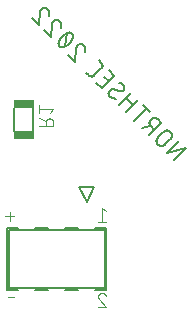
<source format=gbr>
G04 EAGLE Gerber RS-274X export*
G75*
%MOMM*%
%FSLAX34Y34*%
%LPD*%
%INSilkscreen Bottom*%
%IPPOS*%
%AMOC8*
5,1,8,0,0,1.08239X$1,22.5*%
G01*
%ADD10C,0.127000*%
%ADD11C,0.152400*%
%ADD12R,1.752600X0.736600*%
%ADD13C,0.101600*%
%ADD14C,0.076200*%


D10*
X149860Y216798D02*
X160457Y227395D01*
X143973Y222685D01*
X154570Y233282D01*
X146935Y235029D02*
X142225Y230320D01*
X146936Y235029D02*
X147025Y235121D01*
X147111Y235216D01*
X147195Y235313D01*
X147275Y235413D01*
X147352Y235516D01*
X147426Y235620D01*
X147497Y235727D01*
X147565Y235836D01*
X147629Y235947D01*
X147690Y236060D01*
X147747Y236175D01*
X147800Y236291D01*
X147850Y236410D01*
X147897Y236529D01*
X147939Y236650D01*
X147978Y236772D01*
X148013Y236896D01*
X148044Y237020D01*
X148072Y237145D01*
X148095Y237271D01*
X148115Y237398D01*
X148131Y237525D01*
X148143Y237653D01*
X148151Y237781D01*
X148155Y237909D01*
X148155Y238037D01*
X148151Y238165D01*
X148143Y238293D01*
X148131Y238421D01*
X148115Y238548D01*
X148095Y238675D01*
X148072Y238801D01*
X148044Y238926D01*
X148013Y239050D01*
X147978Y239174D01*
X147939Y239296D01*
X147897Y239417D01*
X147850Y239536D01*
X147800Y239655D01*
X147747Y239771D01*
X147690Y239886D01*
X147629Y239999D01*
X147565Y240110D01*
X147497Y240219D01*
X147426Y240326D01*
X147352Y240430D01*
X147275Y240533D01*
X147195Y240633D01*
X147111Y240730D01*
X147025Y240825D01*
X146936Y240917D01*
X146844Y241006D01*
X146749Y241092D01*
X146652Y241176D01*
X146552Y241256D01*
X146449Y241333D01*
X146345Y241407D01*
X146238Y241478D01*
X146129Y241546D01*
X146018Y241610D01*
X145905Y241671D01*
X145790Y241728D01*
X145674Y241781D01*
X145555Y241831D01*
X145436Y241878D01*
X145315Y241920D01*
X145193Y241959D01*
X145069Y241994D01*
X144945Y242025D01*
X144820Y242053D01*
X144694Y242076D01*
X144567Y242096D01*
X144440Y242112D01*
X144312Y242124D01*
X144184Y242132D01*
X144056Y242136D01*
X143928Y242136D01*
X143800Y242132D01*
X143672Y242124D01*
X143544Y242112D01*
X143417Y242096D01*
X143290Y242076D01*
X143164Y242053D01*
X143039Y242025D01*
X142915Y241994D01*
X142791Y241959D01*
X142669Y241920D01*
X142548Y241878D01*
X142429Y241831D01*
X142310Y241781D01*
X142194Y241728D01*
X142079Y241671D01*
X141966Y241610D01*
X141855Y241546D01*
X141746Y241478D01*
X141639Y241407D01*
X141535Y241333D01*
X141432Y241256D01*
X141332Y241176D01*
X141235Y241092D01*
X141140Y241006D01*
X141048Y240917D01*
X141048Y240916D02*
X136338Y236207D01*
X136249Y236115D01*
X136163Y236020D01*
X136079Y235923D01*
X135999Y235823D01*
X135922Y235720D01*
X135848Y235616D01*
X135777Y235509D01*
X135709Y235400D01*
X135645Y235289D01*
X135584Y235176D01*
X135527Y235061D01*
X135474Y234945D01*
X135424Y234826D01*
X135377Y234707D01*
X135335Y234586D01*
X135296Y234464D01*
X135261Y234340D01*
X135230Y234216D01*
X135202Y234091D01*
X135179Y233965D01*
X135159Y233838D01*
X135143Y233711D01*
X135131Y233583D01*
X135123Y233455D01*
X135119Y233327D01*
X135119Y233199D01*
X135123Y233071D01*
X135131Y232943D01*
X135143Y232815D01*
X135159Y232688D01*
X135179Y232561D01*
X135202Y232435D01*
X135230Y232310D01*
X135261Y232186D01*
X135296Y232062D01*
X135335Y231940D01*
X135377Y231819D01*
X135424Y231700D01*
X135474Y231581D01*
X135527Y231465D01*
X135584Y231350D01*
X135645Y231237D01*
X135709Y231126D01*
X135777Y231017D01*
X135848Y230910D01*
X135922Y230806D01*
X135999Y230703D01*
X136079Y230603D01*
X136163Y230506D01*
X136249Y230411D01*
X136338Y230319D01*
X136430Y230230D01*
X136525Y230144D01*
X136622Y230060D01*
X136722Y229980D01*
X136825Y229903D01*
X136929Y229829D01*
X137036Y229758D01*
X137145Y229690D01*
X137256Y229626D01*
X137369Y229565D01*
X137484Y229508D01*
X137600Y229455D01*
X137719Y229405D01*
X137838Y229358D01*
X137959Y229316D01*
X138081Y229277D01*
X138205Y229242D01*
X138329Y229211D01*
X138454Y229183D01*
X138580Y229160D01*
X138707Y229140D01*
X138834Y229124D01*
X138962Y229112D01*
X139090Y229104D01*
X139218Y229100D01*
X139346Y229100D01*
X139474Y229104D01*
X139602Y229112D01*
X139730Y229124D01*
X139857Y229140D01*
X139984Y229160D01*
X140110Y229183D01*
X140235Y229211D01*
X140359Y229242D01*
X140483Y229277D01*
X140605Y229316D01*
X140726Y229358D01*
X140845Y229405D01*
X140964Y229455D01*
X141080Y229508D01*
X141195Y229565D01*
X141308Y229626D01*
X141419Y229690D01*
X141528Y229758D01*
X141635Y229829D01*
X141739Y229903D01*
X141842Y229980D01*
X141942Y230060D01*
X142039Y230144D01*
X142134Y230230D01*
X142226Y230319D01*
X128642Y238016D02*
X139239Y248612D01*
X136296Y251556D01*
X136204Y251645D01*
X136109Y251731D01*
X136012Y251815D01*
X135912Y251895D01*
X135809Y251972D01*
X135705Y252046D01*
X135598Y252117D01*
X135489Y252185D01*
X135378Y252249D01*
X135265Y252310D01*
X135150Y252367D01*
X135034Y252420D01*
X134915Y252470D01*
X134796Y252517D01*
X134675Y252559D01*
X134553Y252598D01*
X134429Y252633D01*
X134305Y252664D01*
X134180Y252692D01*
X134054Y252715D01*
X133927Y252735D01*
X133800Y252751D01*
X133672Y252763D01*
X133544Y252771D01*
X133416Y252775D01*
X133288Y252775D01*
X133160Y252771D01*
X133032Y252763D01*
X132904Y252751D01*
X132777Y252735D01*
X132650Y252715D01*
X132524Y252692D01*
X132399Y252664D01*
X132275Y252633D01*
X132151Y252598D01*
X132029Y252559D01*
X131908Y252517D01*
X131789Y252470D01*
X131670Y252420D01*
X131554Y252367D01*
X131439Y252310D01*
X131326Y252249D01*
X131215Y252185D01*
X131106Y252117D01*
X130999Y252046D01*
X130895Y251972D01*
X130792Y251895D01*
X130692Y251815D01*
X130595Y251731D01*
X130500Y251645D01*
X130408Y251556D01*
X130319Y251464D01*
X130233Y251369D01*
X130149Y251272D01*
X130069Y251172D01*
X129992Y251069D01*
X129918Y250965D01*
X129847Y250858D01*
X129779Y250749D01*
X129715Y250638D01*
X129654Y250525D01*
X129597Y250410D01*
X129544Y250294D01*
X129494Y250175D01*
X129447Y250056D01*
X129405Y249935D01*
X129366Y249813D01*
X129331Y249689D01*
X129300Y249565D01*
X129272Y249440D01*
X129249Y249314D01*
X129229Y249187D01*
X129213Y249060D01*
X129201Y248932D01*
X129193Y248804D01*
X129189Y248676D01*
X129189Y248548D01*
X129193Y248420D01*
X129201Y248292D01*
X129213Y248164D01*
X129229Y248037D01*
X129249Y247910D01*
X129272Y247784D01*
X129300Y247659D01*
X129331Y247535D01*
X129366Y247411D01*
X129405Y247289D01*
X129447Y247168D01*
X129494Y247049D01*
X129544Y246930D01*
X129597Y246814D01*
X129654Y246699D01*
X129715Y246586D01*
X129779Y246475D01*
X129847Y246366D01*
X129918Y246259D01*
X129992Y246155D01*
X130069Y246052D01*
X130149Y245952D01*
X130233Y245855D01*
X130319Y245760D01*
X130408Y245668D01*
X130408Y245669D02*
X133352Y242725D01*
X129820Y246258D02*
X122755Y243903D01*
X116206Y250452D02*
X126803Y261049D01*
X129746Y258105D02*
X123859Y263992D01*
X119850Y268001D02*
X109254Y257404D01*
X115141Y263291D02*
X109254Y269178D01*
X113963Y273888D02*
X103367Y263291D01*
X95484Y271173D02*
X95405Y271255D01*
X95329Y271339D01*
X95256Y271426D01*
X95186Y271516D01*
X95119Y271608D01*
X95055Y271702D01*
X94994Y271798D01*
X94936Y271896D01*
X94882Y271996D01*
X94832Y272098D01*
X94785Y272201D01*
X94741Y272306D01*
X94701Y272413D01*
X94665Y272521D01*
X94632Y272630D01*
X94604Y272740D01*
X94579Y272850D01*
X94557Y272962D01*
X94540Y273075D01*
X94526Y273187D01*
X94517Y273301D01*
X94511Y273414D01*
X94509Y273528D01*
X94511Y273642D01*
X94517Y273755D01*
X94526Y273869D01*
X94540Y273981D01*
X94557Y274094D01*
X94579Y274206D01*
X94604Y274316D01*
X94632Y274426D01*
X94665Y274535D01*
X94701Y274643D01*
X94741Y274750D01*
X94785Y274855D01*
X94832Y274958D01*
X94882Y275060D01*
X94936Y275160D01*
X94994Y275258D01*
X95055Y275354D01*
X95119Y275448D01*
X95186Y275540D01*
X95256Y275630D01*
X95329Y275717D01*
X95405Y275801D01*
X95484Y275883D01*
X95484Y271174D02*
X95604Y271056D01*
X95728Y270941D01*
X95854Y270830D01*
X95982Y270721D01*
X96113Y270615D01*
X96247Y270513D01*
X96383Y270414D01*
X96521Y270318D01*
X96662Y270226D01*
X96805Y270136D01*
X96950Y270051D01*
X97096Y269968D01*
X97245Y269890D01*
X97396Y269815D01*
X97548Y269743D01*
X97702Y269675D01*
X97858Y269611D01*
X98015Y269551D01*
X98174Y269494D01*
X98334Y269442D01*
X98495Y269393D01*
X98657Y269348D01*
X98820Y269307D01*
X98984Y269269D01*
X99149Y269236D01*
X99315Y269207D01*
X99481Y269181D01*
X99648Y269160D01*
X99816Y269142D01*
X99984Y269129D01*
X100152Y269120D01*
X100320Y269114D01*
X100488Y269113D01*
X106964Y276177D02*
X107043Y276259D01*
X107119Y276344D01*
X107192Y276430D01*
X107262Y276520D01*
X107330Y276612D01*
X107393Y276706D01*
X107454Y276802D01*
X107512Y276900D01*
X107566Y277000D01*
X107616Y277102D01*
X107663Y277205D01*
X107707Y277310D01*
X107747Y277417D01*
X107783Y277525D01*
X107816Y277634D01*
X107844Y277744D01*
X107869Y277854D01*
X107891Y277966D01*
X107908Y278079D01*
X107922Y278191D01*
X107931Y278305D01*
X107937Y278418D01*
X107939Y278532D01*
X107937Y278646D01*
X107931Y278759D01*
X107922Y278873D01*
X107908Y278985D01*
X107891Y279098D01*
X107869Y279210D01*
X107844Y279320D01*
X107816Y279430D01*
X107783Y279539D01*
X107747Y279647D01*
X107707Y279754D01*
X107663Y279859D01*
X107616Y279962D01*
X107566Y280064D01*
X107512Y280164D01*
X107454Y280262D01*
X107393Y280358D01*
X107330Y280452D01*
X107262Y280544D01*
X107192Y280634D01*
X107119Y280720D01*
X107043Y280805D01*
X106964Y280887D01*
X106854Y280995D01*
X106740Y281100D01*
X106624Y281203D01*
X106506Y281302D01*
X106385Y281398D01*
X106262Y281492D01*
X106137Y281582D01*
X106009Y281669D01*
X105880Y281753D01*
X105748Y281834D01*
X105614Y281912D01*
X105479Y281986D01*
X105341Y282057D01*
X105202Y282124D01*
X105062Y282188D01*
X104919Y282249D01*
X104776Y282305D01*
X104631Y282359D01*
X104484Y282408D01*
X104337Y282455D01*
X104188Y282497D01*
X104039Y282536D01*
X103888Y282571D01*
X103737Y282602D01*
X103585Y282630D01*
X103432Y282653D01*
X103727Y275295D02*
X103837Y275268D01*
X103948Y275245D01*
X104060Y275226D01*
X104172Y275211D01*
X104284Y275199D01*
X104397Y275192D01*
X104511Y275188D01*
X104624Y275187D01*
X104737Y275191D01*
X104850Y275198D01*
X104963Y275210D01*
X105075Y275224D01*
X105187Y275243D01*
X105298Y275266D01*
X105408Y275292D01*
X105517Y275322D01*
X105626Y275355D01*
X105733Y275392D01*
X105838Y275433D01*
X105943Y275477D01*
X106045Y275524D01*
X106147Y275575D01*
X106246Y275630D01*
X106343Y275687D01*
X106439Y275748D01*
X106532Y275812D01*
X106624Y275880D01*
X106712Y275950D01*
X106799Y276023D01*
X106883Y276099D01*
X106964Y276178D01*
X98722Y276766D02*
X98612Y276793D01*
X98501Y276816D01*
X98390Y276835D01*
X98277Y276850D01*
X98165Y276862D01*
X98052Y276869D01*
X97938Y276873D01*
X97825Y276874D01*
X97712Y276870D01*
X97599Y276863D01*
X97486Y276851D01*
X97374Y276837D01*
X97262Y276818D01*
X97151Y276795D01*
X97041Y276769D01*
X96932Y276739D01*
X96823Y276706D01*
X96716Y276669D01*
X96611Y276628D01*
X96506Y276584D01*
X96404Y276537D01*
X96302Y276486D01*
X96203Y276431D01*
X96106Y276374D01*
X96010Y276313D01*
X95917Y276249D01*
X95825Y276181D01*
X95736Y276111D01*
X95650Y276038D01*
X95566Y275962D01*
X95485Y275883D01*
X98722Y276766D02*
X103726Y275294D01*
X88760Y277898D02*
X84051Y282607D01*
X88760Y277898D02*
X99357Y288494D01*
X94648Y293204D01*
X91115Y287317D02*
X94648Y283785D01*
X77921Y288737D02*
X75567Y291091D01*
X77921Y288736D02*
X78003Y288657D01*
X78088Y288581D01*
X78174Y288508D01*
X78264Y288438D01*
X78356Y288370D01*
X78450Y288307D01*
X78546Y288246D01*
X78644Y288188D01*
X78744Y288134D01*
X78846Y288084D01*
X78949Y288037D01*
X79054Y287993D01*
X79161Y287953D01*
X79269Y287917D01*
X79378Y287884D01*
X79488Y287856D01*
X79598Y287831D01*
X79710Y287809D01*
X79823Y287792D01*
X79935Y287778D01*
X80049Y287769D01*
X80162Y287763D01*
X80276Y287761D01*
X80390Y287763D01*
X80503Y287769D01*
X80617Y287778D01*
X80729Y287792D01*
X80842Y287809D01*
X80954Y287831D01*
X81064Y287856D01*
X81174Y287884D01*
X81283Y287917D01*
X81391Y287953D01*
X81498Y287993D01*
X81603Y288037D01*
X81706Y288084D01*
X81808Y288134D01*
X81908Y288188D01*
X82006Y288246D01*
X82102Y288307D01*
X82196Y288371D01*
X82288Y288438D01*
X82378Y288508D01*
X82465Y288581D01*
X82549Y288657D01*
X82631Y288736D01*
X82631Y288737D02*
X88518Y294624D01*
X88597Y294706D01*
X88673Y294790D01*
X88746Y294877D01*
X88816Y294967D01*
X88883Y295059D01*
X88947Y295153D01*
X89008Y295249D01*
X89066Y295347D01*
X89120Y295447D01*
X89170Y295549D01*
X89217Y295652D01*
X89261Y295757D01*
X89301Y295864D01*
X89337Y295972D01*
X89370Y296081D01*
X89398Y296191D01*
X89423Y296301D01*
X89445Y296413D01*
X89462Y296526D01*
X89476Y296638D01*
X89485Y296752D01*
X89491Y296865D01*
X89493Y296979D01*
X89491Y297093D01*
X89485Y297206D01*
X89476Y297320D01*
X89462Y297432D01*
X89445Y297545D01*
X89423Y297656D01*
X89398Y297767D01*
X89370Y297877D01*
X89337Y297986D01*
X89301Y298094D01*
X89261Y298201D01*
X89217Y298306D01*
X89170Y298409D01*
X89120Y298511D01*
X89066Y298611D01*
X89008Y298709D01*
X88947Y298805D01*
X88884Y298899D01*
X88816Y298991D01*
X88746Y299081D01*
X88673Y299167D01*
X88597Y299252D01*
X88518Y299334D01*
X88518Y299333D02*
X86163Y301688D01*
X73617Y314234D02*
X73531Y314317D01*
X73442Y314398D01*
X73350Y314476D01*
X73256Y314551D01*
X73160Y314623D01*
X73062Y314691D01*
X72961Y314757D01*
X72858Y314819D01*
X72754Y314878D01*
X72647Y314934D01*
X72539Y314986D01*
X72429Y315034D01*
X72318Y315079D01*
X72205Y315121D01*
X72091Y315159D01*
X71976Y315193D01*
X71860Y315223D01*
X71743Y315250D01*
X71625Y315273D01*
X71507Y315292D01*
X71387Y315307D01*
X71268Y315319D01*
X71148Y315327D01*
X71028Y315331D01*
X70908Y315331D01*
X70788Y315327D01*
X70668Y315319D01*
X70549Y315307D01*
X70429Y315292D01*
X70311Y315273D01*
X70193Y315250D01*
X70076Y315223D01*
X69960Y315193D01*
X69845Y315159D01*
X69731Y315121D01*
X69618Y315079D01*
X69507Y315034D01*
X69397Y314986D01*
X69289Y314934D01*
X69182Y314878D01*
X69078Y314819D01*
X68975Y314757D01*
X68874Y314691D01*
X68776Y314623D01*
X68680Y314551D01*
X68586Y314476D01*
X68494Y314398D01*
X68405Y314317D01*
X68319Y314234D01*
X73617Y314234D02*
X73713Y314136D01*
X73806Y314034D01*
X73896Y313930D01*
X73983Y313824D01*
X74067Y313715D01*
X74148Y313604D01*
X74226Y313490D01*
X74300Y313374D01*
X74371Y313256D01*
X74439Y313137D01*
X74503Y313015D01*
X74564Y312892D01*
X74621Y312766D01*
X74674Y312640D01*
X74724Y312511D01*
X74770Y312382D01*
X74813Y312251D01*
X74851Y312119D01*
X74886Y311986D01*
X74917Y311852D01*
X74945Y311717D01*
X74968Y311582D01*
X74988Y311445D01*
X75003Y311309D01*
X75015Y311172D01*
X75023Y311034D01*
X75027Y310897D01*
X75026Y310759D01*
X75022Y310622D01*
X75015Y310485D01*
X75003Y310347D01*
X74987Y310211D01*
X74967Y310075D01*
X74944Y309939D01*
X74916Y309804D01*
X74885Y309670D01*
X74850Y309537D01*
X74811Y309405D01*
X74768Y309275D01*
X74722Y309145D01*
X74672Y309017D01*
X74618Y308890D01*
X74561Y308765D01*
X74500Y308642D01*
X67142Y311291D02*
X67141Y311416D01*
X67144Y311542D01*
X67151Y311667D01*
X67161Y311792D01*
X67176Y311916D01*
X67194Y312040D01*
X67216Y312163D01*
X67242Y312286D01*
X67272Y312408D01*
X67306Y312528D01*
X67343Y312648D01*
X67384Y312766D01*
X67429Y312884D01*
X67477Y312999D01*
X67529Y313113D01*
X67585Y313226D01*
X67643Y313336D01*
X67706Y313445D01*
X67772Y313552D01*
X67841Y313656D01*
X67913Y313759D01*
X67988Y313859D01*
X68067Y313957D01*
X68148Y314052D01*
X68232Y314144D01*
X68320Y314234D01*
X67142Y311290D02*
X66259Y300399D01*
X60372Y306286D01*
X61321Y315934D02*
X61527Y316145D01*
X61728Y316361D01*
X61923Y316582D01*
X62114Y316807D01*
X62299Y317036D01*
X62478Y317270D01*
X62652Y317508D01*
X62820Y317751D01*
X62982Y317997D01*
X63138Y318247D01*
X63288Y318501D01*
X63433Y318758D01*
X63571Y319018D01*
X63702Y319282D01*
X63828Y319549D01*
X63947Y319819D01*
X64059Y320091D01*
X64165Y320366D01*
X64264Y320644D01*
X64310Y320743D01*
X64352Y320844D01*
X64392Y320945D01*
X64427Y321049D01*
X64459Y321153D01*
X64487Y321259D01*
X64511Y321365D01*
X64532Y321472D01*
X64549Y321580D01*
X64561Y321688D01*
X64570Y321797D01*
X64576Y321906D01*
X64577Y322015D01*
X64574Y322125D01*
X64568Y322234D01*
X64558Y322342D01*
X64544Y322450D01*
X64526Y322558D01*
X64504Y322665D01*
X64478Y322771D01*
X64449Y322876D01*
X64416Y322980D01*
X64379Y323083D01*
X64339Y323185D01*
X64295Y323285D01*
X64248Y323383D01*
X64197Y323480D01*
X64143Y323574D01*
X64085Y323667D01*
X64025Y323758D01*
X63961Y323846D01*
X63894Y323932D01*
X63824Y324016D01*
X63751Y324097D01*
X63675Y324176D01*
X63676Y324177D02*
X63597Y324252D01*
X63516Y324325D01*
X63432Y324396D01*
X63346Y324463D01*
X63257Y324527D01*
X63167Y324587D01*
X63074Y324645D01*
X62979Y324699D01*
X62882Y324750D01*
X62784Y324797D01*
X62684Y324841D01*
X62583Y324881D01*
X62480Y324918D01*
X62376Y324951D01*
X62270Y324980D01*
X62164Y325006D01*
X62057Y325028D01*
X61950Y325046D01*
X61841Y325060D01*
X61733Y325070D01*
X61624Y325076D01*
X61514Y325079D01*
X61405Y325078D01*
X61296Y325072D01*
X61187Y325063D01*
X61079Y325051D01*
X60971Y325034D01*
X60864Y325013D01*
X60757Y324989D01*
X60652Y324961D01*
X60547Y324929D01*
X60444Y324894D01*
X60342Y324854D01*
X60242Y324812D01*
X60143Y324765D01*
X59865Y324665D01*
X59590Y324559D01*
X59318Y324447D01*
X59048Y324328D01*
X58781Y324202D01*
X58517Y324071D01*
X58257Y323933D01*
X58000Y323789D01*
X57746Y323638D01*
X57496Y323482D01*
X57250Y323320D01*
X57008Y323152D01*
X56769Y322978D01*
X56535Y322799D01*
X56306Y322614D01*
X56081Y322424D01*
X55860Y322228D01*
X55644Y322027D01*
X55433Y321821D01*
X61320Y315934D02*
X61109Y315728D01*
X60893Y315527D01*
X60672Y315332D01*
X60447Y315141D01*
X60218Y314956D01*
X59984Y314777D01*
X59746Y314603D01*
X59503Y314435D01*
X59257Y314273D01*
X59007Y314117D01*
X58753Y313967D01*
X58496Y313822D01*
X58236Y313685D01*
X57972Y313553D01*
X57705Y313427D01*
X57435Y313308D01*
X57163Y313196D01*
X56888Y313090D01*
X56610Y312991D01*
X56511Y312945D01*
X56410Y312903D01*
X56309Y312863D01*
X56205Y312828D01*
X56101Y312796D01*
X55995Y312768D01*
X55889Y312744D01*
X55782Y312723D01*
X55674Y312706D01*
X55566Y312694D01*
X55457Y312685D01*
X55348Y312679D01*
X55239Y312678D01*
X55129Y312681D01*
X55020Y312687D01*
X54912Y312697D01*
X54804Y312711D01*
X54696Y312729D01*
X54589Y312751D01*
X54483Y312777D01*
X54378Y312806D01*
X54274Y312839D01*
X54171Y312876D01*
X54069Y312916D01*
X53969Y312960D01*
X53871Y313007D01*
X53774Y313058D01*
X53680Y313112D01*
X53587Y313170D01*
X53496Y313230D01*
X53408Y313294D01*
X53322Y313361D01*
X53238Y313431D01*
X53157Y313504D01*
X53078Y313580D01*
X52490Y317112D02*
X52589Y317390D01*
X52695Y317665D01*
X52807Y317937D01*
X52926Y318207D01*
X53052Y318474D01*
X53183Y318738D01*
X53321Y318998D01*
X53466Y319255D01*
X53616Y319509D01*
X53772Y319759D01*
X53934Y320005D01*
X54102Y320248D01*
X54276Y320486D01*
X54455Y320720D01*
X54640Y320949D01*
X54831Y321174D01*
X55026Y321395D01*
X55227Y321611D01*
X55433Y321822D01*
X52489Y317112D02*
X52443Y317013D01*
X52401Y316912D01*
X52361Y316811D01*
X52326Y316707D01*
X52294Y316603D01*
X52266Y316497D01*
X52242Y316391D01*
X52221Y316284D01*
X52204Y316176D01*
X52192Y316068D01*
X52183Y315959D01*
X52177Y315850D01*
X52176Y315741D01*
X52179Y315631D01*
X52185Y315522D01*
X52195Y315414D01*
X52209Y315306D01*
X52227Y315198D01*
X52249Y315091D01*
X52275Y314985D01*
X52304Y314880D01*
X52337Y314776D01*
X52374Y314673D01*
X52414Y314571D01*
X52458Y314471D01*
X52505Y314373D01*
X52556Y314276D01*
X52610Y314182D01*
X52668Y314089D01*
X52728Y313998D01*
X52792Y313910D01*
X52859Y313824D01*
X52929Y313740D01*
X53002Y313659D01*
X53078Y313580D01*
X57788Y313580D02*
X58965Y324177D01*
X53143Y334708D02*
X53057Y334791D01*
X52968Y334872D01*
X52876Y334950D01*
X52782Y335025D01*
X52686Y335097D01*
X52588Y335165D01*
X52487Y335231D01*
X52384Y335293D01*
X52280Y335352D01*
X52173Y335408D01*
X52065Y335460D01*
X51955Y335508D01*
X51844Y335553D01*
X51731Y335595D01*
X51617Y335633D01*
X51502Y335667D01*
X51386Y335697D01*
X51269Y335724D01*
X51151Y335747D01*
X51033Y335766D01*
X50913Y335781D01*
X50794Y335793D01*
X50674Y335801D01*
X50554Y335805D01*
X50434Y335805D01*
X50314Y335801D01*
X50194Y335793D01*
X50075Y335781D01*
X49955Y335766D01*
X49837Y335747D01*
X49719Y335724D01*
X49602Y335697D01*
X49486Y335667D01*
X49371Y335633D01*
X49257Y335595D01*
X49144Y335553D01*
X49033Y335508D01*
X48923Y335460D01*
X48815Y335408D01*
X48708Y335352D01*
X48604Y335293D01*
X48501Y335231D01*
X48400Y335165D01*
X48302Y335097D01*
X48206Y335025D01*
X48112Y334950D01*
X48020Y334872D01*
X47931Y334791D01*
X47845Y334708D01*
X53143Y334707D02*
X53239Y334609D01*
X53332Y334507D01*
X53422Y334403D01*
X53509Y334297D01*
X53593Y334188D01*
X53674Y334077D01*
X53752Y333963D01*
X53826Y333847D01*
X53897Y333729D01*
X53965Y333610D01*
X54029Y333488D01*
X54090Y333365D01*
X54147Y333239D01*
X54200Y333113D01*
X54250Y332984D01*
X54296Y332855D01*
X54339Y332724D01*
X54377Y332592D01*
X54412Y332459D01*
X54443Y332325D01*
X54471Y332190D01*
X54494Y332055D01*
X54514Y331918D01*
X54529Y331782D01*
X54541Y331645D01*
X54549Y331507D01*
X54553Y331370D01*
X54552Y331232D01*
X54548Y331095D01*
X54541Y330958D01*
X54529Y330820D01*
X54513Y330684D01*
X54493Y330548D01*
X54470Y330412D01*
X54442Y330277D01*
X54411Y330143D01*
X54376Y330010D01*
X54337Y329878D01*
X54294Y329748D01*
X54248Y329618D01*
X54198Y329490D01*
X54144Y329363D01*
X54087Y329238D01*
X54026Y329115D01*
X46668Y331764D02*
X46667Y331889D01*
X46670Y332015D01*
X46677Y332140D01*
X46687Y332265D01*
X46702Y332389D01*
X46720Y332513D01*
X46742Y332636D01*
X46768Y332759D01*
X46798Y332881D01*
X46832Y333001D01*
X46869Y333121D01*
X46910Y333239D01*
X46955Y333357D01*
X47003Y333472D01*
X47055Y333586D01*
X47111Y333699D01*
X47169Y333809D01*
X47232Y333918D01*
X47298Y334025D01*
X47367Y334129D01*
X47439Y334232D01*
X47514Y334332D01*
X47593Y334430D01*
X47674Y334525D01*
X47758Y334617D01*
X47846Y334707D01*
X46668Y331764D02*
X45785Y320873D01*
X39898Y326760D01*
X37609Y344945D02*
X37695Y345028D01*
X37784Y345109D01*
X37876Y345187D01*
X37970Y345262D01*
X38066Y345334D01*
X38164Y345402D01*
X38265Y345468D01*
X38368Y345530D01*
X38472Y345589D01*
X38579Y345645D01*
X38687Y345697D01*
X38797Y345745D01*
X38908Y345790D01*
X39021Y345832D01*
X39135Y345870D01*
X39250Y345904D01*
X39366Y345934D01*
X39483Y345961D01*
X39601Y345984D01*
X39719Y346003D01*
X39839Y346018D01*
X39958Y346030D01*
X40078Y346038D01*
X40198Y346042D01*
X40318Y346042D01*
X40438Y346038D01*
X40558Y346030D01*
X40677Y346018D01*
X40797Y346003D01*
X40915Y345984D01*
X41033Y345961D01*
X41150Y345934D01*
X41266Y345904D01*
X41381Y345870D01*
X41495Y345832D01*
X41608Y345790D01*
X41719Y345745D01*
X41829Y345697D01*
X41937Y345645D01*
X42044Y345589D01*
X42148Y345530D01*
X42251Y345468D01*
X42352Y345402D01*
X42450Y345334D01*
X42546Y345262D01*
X42640Y345187D01*
X42732Y345109D01*
X42821Y345028D01*
X42907Y344945D01*
X42906Y344944D02*
X43002Y344846D01*
X43095Y344744D01*
X43185Y344640D01*
X43272Y344534D01*
X43356Y344425D01*
X43437Y344314D01*
X43515Y344200D01*
X43589Y344084D01*
X43660Y343966D01*
X43728Y343847D01*
X43792Y343725D01*
X43853Y343602D01*
X43910Y343476D01*
X43963Y343350D01*
X44013Y343221D01*
X44059Y343092D01*
X44102Y342961D01*
X44140Y342829D01*
X44175Y342696D01*
X44206Y342562D01*
X44234Y342427D01*
X44257Y342292D01*
X44277Y342155D01*
X44292Y342019D01*
X44304Y341882D01*
X44312Y341744D01*
X44316Y341607D01*
X44315Y341469D01*
X44311Y341332D01*
X44304Y341195D01*
X44292Y341057D01*
X44276Y340921D01*
X44256Y340785D01*
X44233Y340649D01*
X44205Y340514D01*
X44174Y340380D01*
X44139Y340247D01*
X44100Y340115D01*
X44057Y339985D01*
X44011Y339855D01*
X43961Y339727D01*
X43907Y339600D01*
X43850Y339475D01*
X43789Y339352D01*
X36431Y342001D02*
X36430Y342126D01*
X36433Y342252D01*
X36440Y342377D01*
X36450Y342502D01*
X36465Y342626D01*
X36483Y342750D01*
X36505Y342873D01*
X36531Y342996D01*
X36561Y343118D01*
X36595Y343238D01*
X36632Y343358D01*
X36673Y343476D01*
X36718Y343594D01*
X36766Y343709D01*
X36818Y343823D01*
X36874Y343936D01*
X36932Y344046D01*
X36995Y344155D01*
X37061Y344262D01*
X37130Y344366D01*
X37202Y344469D01*
X37277Y344569D01*
X37356Y344667D01*
X37437Y344762D01*
X37521Y344854D01*
X37609Y344944D01*
X36431Y342001D02*
X35548Y331110D01*
X29661Y336997D01*
D11*
X30988Y261112D02*
X30988Y241935D01*
X14732Y241935D02*
X14732Y261112D01*
D12*
X22860Y264668D03*
X22860Y238252D03*
D13*
X36068Y245805D02*
X47752Y245805D01*
X47752Y249050D01*
X47750Y249163D01*
X47744Y249276D01*
X47734Y249389D01*
X47720Y249502D01*
X47703Y249614D01*
X47681Y249725D01*
X47656Y249835D01*
X47626Y249945D01*
X47593Y250053D01*
X47556Y250160D01*
X47516Y250266D01*
X47471Y250370D01*
X47423Y250473D01*
X47372Y250574D01*
X47317Y250673D01*
X47259Y250770D01*
X47197Y250865D01*
X47132Y250958D01*
X47064Y251048D01*
X46993Y251136D01*
X46918Y251222D01*
X46841Y251305D01*
X46761Y251385D01*
X46678Y251462D01*
X46592Y251537D01*
X46504Y251608D01*
X46414Y251676D01*
X46321Y251741D01*
X46226Y251803D01*
X46129Y251861D01*
X46030Y251916D01*
X45929Y251967D01*
X45826Y252015D01*
X45722Y252060D01*
X45616Y252100D01*
X45509Y252137D01*
X45401Y252170D01*
X45291Y252200D01*
X45181Y252225D01*
X45070Y252247D01*
X44958Y252264D01*
X44845Y252278D01*
X44732Y252288D01*
X44619Y252294D01*
X44506Y252296D01*
X44393Y252294D01*
X44280Y252288D01*
X44167Y252278D01*
X44054Y252264D01*
X43942Y252247D01*
X43831Y252225D01*
X43721Y252200D01*
X43611Y252170D01*
X43503Y252137D01*
X43396Y252100D01*
X43290Y252060D01*
X43186Y252015D01*
X43083Y251967D01*
X42982Y251916D01*
X42883Y251861D01*
X42786Y251803D01*
X42691Y251741D01*
X42598Y251676D01*
X42508Y251608D01*
X42420Y251537D01*
X42334Y251462D01*
X42251Y251385D01*
X42171Y251305D01*
X42094Y251222D01*
X42019Y251136D01*
X41948Y251048D01*
X41880Y250958D01*
X41815Y250865D01*
X41753Y250770D01*
X41695Y250673D01*
X41640Y250574D01*
X41589Y250473D01*
X41541Y250370D01*
X41496Y250266D01*
X41456Y250160D01*
X41419Y250053D01*
X41386Y249945D01*
X41356Y249835D01*
X41331Y249725D01*
X41309Y249614D01*
X41292Y249502D01*
X41278Y249389D01*
X41268Y249276D01*
X41262Y249163D01*
X41260Y249050D01*
X41261Y249050D02*
X41261Y245805D01*
X41261Y249699D02*
X36068Y252296D01*
X45156Y257161D02*
X47752Y260406D01*
X36068Y260406D01*
X36068Y257161D02*
X36068Y263652D01*
D11*
X69850Y194335D02*
X76200Y181635D01*
X69850Y194335D02*
X82550Y194335D01*
X76200Y181635D01*
X83464Y107315D02*
X92710Y107315D01*
X8890Y107315D02*
X8890Y159385D01*
X18136Y159385D01*
X92710Y159385D02*
X92710Y107315D01*
X18136Y107315D02*
X8890Y107315D01*
X32664Y159385D02*
X43536Y159385D01*
X43536Y107315D02*
X32664Y107315D01*
X58064Y159385D02*
X68936Y159385D01*
X68936Y107315D02*
X58064Y107315D01*
X83464Y159385D02*
X92710Y159385D01*
D14*
X14859Y169362D02*
X6900Y169362D01*
X10880Y173341D02*
X10880Y165382D01*
X9553Y101417D02*
X14859Y101417D01*
X89108Y176657D02*
X92424Y174004D01*
X89108Y176657D02*
X89108Y164719D01*
X92424Y164719D02*
X85792Y164719D01*
X88776Y104522D02*
X88669Y104520D01*
X88563Y104514D01*
X88457Y104505D01*
X88351Y104492D01*
X88246Y104475D01*
X88141Y104454D01*
X88038Y104429D01*
X87935Y104401D01*
X87833Y104369D01*
X87733Y104334D01*
X87634Y104295D01*
X87536Y104252D01*
X87440Y104206D01*
X87345Y104157D01*
X87253Y104104D01*
X87162Y104048D01*
X87074Y103989D01*
X86987Y103927D01*
X86903Y103861D01*
X86821Y103793D01*
X86742Y103722D01*
X86665Y103648D01*
X86591Y103571D01*
X86520Y103492D01*
X86452Y103410D01*
X86386Y103326D01*
X86324Y103239D01*
X86265Y103151D01*
X86209Y103060D01*
X86156Y102968D01*
X86107Y102873D01*
X86061Y102777D01*
X86018Y102679D01*
X85979Y102580D01*
X85944Y102480D01*
X85912Y102378D01*
X85884Y102275D01*
X85859Y102172D01*
X85838Y102067D01*
X85821Y101962D01*
X85808Y101856D01*
X85799Y101750D01*
X85793Y101644D01*
X85791Y101537D01*
X88776Y104521D02*
X88897Y104519D01*
X89017Y104513D01*
X89137Y104504D01*
X89257Y104491D01*
X89376Y104474D01*
X89495Y104453D01*
X89613Y104429D01*
X89730Y104400D01*
X89846Y104369D01*
X89962Y104333D01*
X90076Y104294D01*
X90188Y104251D01*
X90300Y104205D01*
X90410Y104156D01*
X90518Y104102D01*
X90624Y104046D01*
X90729Y103986D01*
X90832Y103923D01*
X90932Y103857D01*
X91031Y103788D01*
X91127Y103715D01*
X91221Y103640D01*
X91313Y103562D01*
X91402Y103480D01*
X91489Y103396D01*
X91573Y103310D01*
X91654Y103221D01*
X91732Y103129D01*
X91807Y103035D01*
X91879Y102938D01*
X91949Y102840D01*
X92015Y102739D01*
X92078Y102636D01*
X92137Y102531D01*
X92194Y102425D01*
X92247Y102316D01*
X92296Y102207D01*
X92342Y102095D01*
X92385Y101982D01*
X92423Y101868D01*
X86786Y99215D02*
X86706Y99295D01*
X86628Y99377D01*
X86554Y99461D01*
X86482Y99549D01*
X86414Y99639D01*
X86348Y99731D01*
X86286Y99825D01*
X86228Y99921D01*
X86173Y100020D01*
X86121Y100120D01*
X86073Y100222D01*
X86028Y100326D01*
X85988Y100431D01*
X85951Y100538D01*
X85917Y100646D01*
X85888Y100755D01*
X85862Y100865D01*
X85841Y100976D01*
X85823Y101087D01*
X85809Y101199D01*
X85799Y101311D01*
X85793Y101424D01*
X85791Y101537D01*
X86787Y99215D02*
X92424Y92583D01*
X85792Y92583D01*
D11*
X76200Y181635D02*
X69850Y194335D01*
X82550Y194335D01*
X76200Y181635D01*
X91440Y108585D02*
X10160Y108585D01*
X10160Y158115D01*
X91440Y158115D01*
X91440Y108585D01*
M02*

</source>
